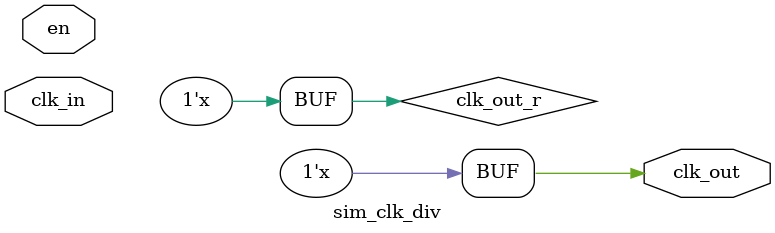
<source format=v>

/*!
 * <b>Module:</b>sim_clk_div
 * @file sim_clk_div.v
 * @date 2015-10-11  
 * @author Andrey Filippov     
 *
 * @brief Divide clock frequency by integer number
 *
 * @copyright Copyright (c) 2015 Elphel, Inc .
 *
 * <b>License:</b>
 *
 * sim_clk_div.v is free software; you can redistribute it and/or modify
 * it under the terms of the GNU General Public License as published by
 * the Free Software Foundation, either version 3 of the License, or
 * (at your option) any later version.
 *
 *  sim_clk_div.v is distributed in the hope that it will be useful,
 * but WITHOUT ANY WARRANTY; without even the implied warranty of
 * MERCHANTABILITY or FITNESS FOR A PARTICULAR PURPOSE.  See the
 * GNU General Public License for more details.
 *
 * You should have received a copy of the GNU General Public License
 * along with this program.  If not, see <http://www.gnu.org/licenses/> .
 *
 * Additional permission under GNU GPL version 3 section 7:
 * If you modify this Program, or any covered work, by linking or combining it
 * with independent modules provided by the FPGA vendor only (this permission
 * does not extend to any 3-rd party modules, "soft cores" or macros) under
 * different license terms solely for the purpose of generating binary "bitstream"
 * files and/or simulating the code, the copyright holders of this Program give
 * you the right to distribute the covered work without those independent modules
 * as long as the source code for them is available from the FPGA vendor free of
 * charge, and there is no dependence on any encrypted modules for simulating of
 * the combined code. This permission applies to you if the distributed code
 * contains all the components and scripts required to completely simulate it
 * with at least one of the Free Software programs.
 */
`timescale 1ns/1ps

module  sim_clk_div#(
        parameter DIVISOR =  5
    ) (
        input      clk_in,
        input      en,
        output     clk_out
    );
    integer cntr = 0;
    reg clk_out_r = 0;
    assign clk_out = (DIVISOR == 1) ? clk_in: clk_out_r;
    always @(clk_in) if (en) begin
        if (cntr == 0) begin
            cntr = DIVISOR - 1;
            clk_out_r = !clk_out_r;
        end else begin
            cntr = cntr - 1;
        end
    end
endmodule


</source>
